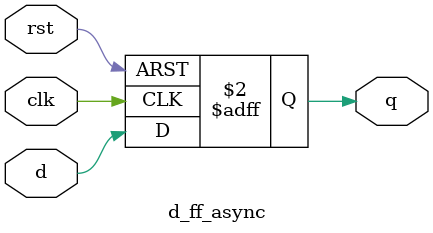
<source format=v>
module d_ff_async (
clk,
rst,
d,
q);

parameter SIZE = 1;
parameter RESET_VALUE = 0;

input clk;
input rst;
input [(SIZE-1):0] d;
output reg [(SIZE-1):0] q;



always@(posedge clk, posedge rst) begin
	if(rst) 
		q <= RESET_VALUE;
	else
		q <= d;
end

endmodule

</source>
